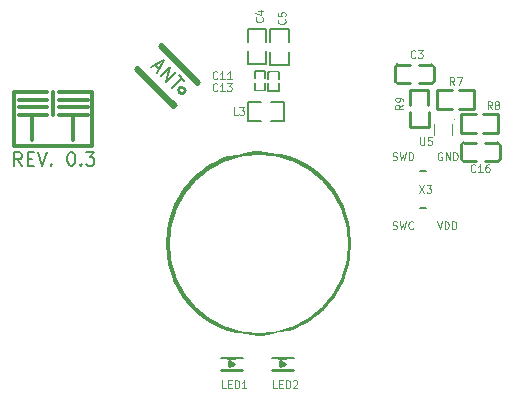
<source format=gto>
G04 #@! TF.GenerationSoftware,KiCad,Pcbnew,5.1.5-52549c5~84~ubuntu18.04.1*
G04 #@! TF.CreationDate,2020-02-14T10:22:43+02:00*
G04 #@! TF.ProjectId,Touch_Switch_1ch,546f7563-685f-4537-9769-7463685f3163,rev?*
G04 #@! TF.SameCoordinates,Original*
G04 #@! TF.FileFunction,Legend,Top*
G04 #@! TF.FilePolarity,Positive*
%FSLAX46Y46*%
G04 Gerber Fmt 4.6, Leading zero omitted, Abs format (unit mm)*
G04 Created by KiCad (PCBNEW 5.1.5-52549c5~84~ubuntu18.04.1) date 2020-02-14 10:22:43*
%MOMM*%
%LPD*%
G04 APERTURE LIST*
%ADD10C,8.000000*%
%ADD11C,0.102000*%
%ADD12C,0.178000*%
%ADD13C,0.254000*%
%ADD14C,0.100000*%
%ADD15C,0.200000*%
%ADD16C,0.203000*%
%ADD17C,0.152000*%
%ADD18C,0.305000*%
%ADD19C,0.150000*%
%ADD20C,1.602000*%
%ADD21R,1.202000X1.102000*%
%ADD22R,1.102000X1.202000*%
%ADD23R,0.402000X0.602000*%
%ADD24R,2.363000X1.550000*%
%ADD25R,0.902000X0.902000*%
%ADD26R,0.752000X0.702000*%
%ADD27C,15.102000*%
%ADD28C,1.102000*%
G04 APERTURE END LIST*
D10*
X97081181Y-54356000D02*
G75*
G03X97081181Y-54356000I-3863181J0D01*
G01*
D11*
X104581252Y-47247023D02*
X104671966Y-47277261D01*
X104823157Y-47277261D01*
X104883633Y-47247023D01*
X104913871Y-47216785D01*
X104944109Y-47156309D01*
X104944109Y-47095833D01*
X104913871Y-47035357D01*
X104883633Y-47005119D01*
X104823157Y-46974880D01*
X104702204Y-46944642D01*
X104641728Y-46914404D01*
X104611490Y-46884166D01*
X104581252Y-46823690D01*
X104581252Y-46763214D01*
X104611490Y-46702738D01*
X104641728Y-46672500D01*
X104702204Y-46642261D01*
X104853395Y-46642261D01*
X104944109Y-46672500D01*
X105155776Y-46642261D02*
X105306966Y-47277261D01*
X105427919Y-46823690D01*
X105548871Y-47277261D01*
X105700061Y-46642261D01*
X105941966Y-47277261D02*
X105941966Y-46642261D01*
X106093157Y-46642261D01*
X106183871Y-46672500D01*
X106244347Y-46732976D01*
X106274585Y-46793452D01*
X106304823Y-46914404D01*
X106304823Y-47005119D01*
X106274585Y-47126071D01*
X106244347Y-47186547D01*
X106183871Y-47247023D01*
X106093157Y-47277261D01*
X105941966Y-47277261D01*
X104581252Y-53089023D02*
X104671966Y-53119261D01*
X104823157Y-53119261D01*
X104883633Y-53089023D01*
X104913871Y-53058785D01*
X104944109Y-52998309D01*
X104944109Y-52937833D01*
X104913871Y-52877357D01*
X104883633Y-52847119D01*
X104823157Y-52816880D01*
X104702204Y-52786642D01*
X104641728Y-52756404D01*
X104611490Y-52726166D01*
X104581252Y-52665690D01*
X104581252Y-52605214D01*
X104611490Y-52544738D01*
X104641728Y-52514500D01*
X104702204Y-52484261D01*
X104853395Y-52484261D01*
X104944109Y-52514500D01*
X105155776Y-52484261D02*
X105306966Y-53119261D01*
X105427919Y-52665690D01*
X105548871Y-53119261D01*
X105700061Y-52484261D01*
X106304823Y-53058785D02*
X106274585Y-53089023D01*
X106183871Y-53119261D01*
X106123395Y-53119261D01*
X106032680Y-53089023D01*
X105972204Y-53028547D01*
X105941966Y-52968071D01*
X105911728Y-52847119D01*
X105911728Y-52756404D01*
X105941966Y-52635452D01*
X105972204Y-52574976D01*
X106032680Y-52514500D01*
X106123395Y-52484261D01*
X106183871Y-52484261D01*
X106274585Y-52514500D01*
X106304823Y-52544738D01*
X108330776Y-52484261D02*
X108542442Y-53119261D01*
X108754109Y-52484261D01*
X108965776Y-53119261D02*
X108965776Y-52484261D01*
X109116966Y-52484261D01*
X109207680Y-52514500D01*
X109268157Y-52574976D01*
X109298395Y-52635452D01*
X109328633Y-52756404D01*
X109328633Y-52847119D01*
X109298395Y-52968071D01*
X109268157Y-53028547D01*
X109207680Y-53089023D01*
X109116966Y-53119261D01*
X108965776Y-53119261D01*
X109600776Y-53119261D02*
X109600776Y-52484261D01*
X109751966Y-52484261D01*
X109842680Y-52514500D01*
X109903157Y-52574976D01*
X109933395Y-52635452D01*
X109963633Y-52756404D01*
X109963633Y-52847119D01*
X109933395Y-52968071D01*
X109903157Y-53028547D01*
X109842680Y-53089023D01*
X109751966Y-53119261D01*
X109600776Y-53119261D01*
X108754109Y-46672500D02*
X108693633Y-46642261D01*
X108602919Y-46642261D01*
X108512204Y-46672500D01*
X108451728Y-46732976D01*
X108421490Y-46793452D01*
X108391252Y-46914404D01*
X108391252Y-47005119D01*
X108421490Y-47126071D01*
X108451728Y-47186547D01*
X108512204Y-47247023D01*
X108602919Y-47277261D01*
X108663395Y-47277261D01*
X108754109Y-47247023D01*
X108784347Y-47216785D01*
X108784347Y-47005119D01*
X108663395Y-47005119D01*
X109056490Y-47277261D02*
X109056490Y-46642261D01*
X109419347Y-47277261D01*
X109419347Y-46642261D01*
X109721728Y-47277261D02*
X109721728Y-46642261D01*
X109872919Y-46642261D01*
X109963633Y-46672500D01*
X110024109Y-46732976D01*
X110054347Y-46793452D01*
X110084585Y-46914404D01*
X110084585Y-47005119D01*
X110054347Y-47126071D01*
X110024109Y-47186547D01*
X109963633Y-47247023D01*
X109872919Y-47277261D01*
X109721728Y-47277261D01*
D12*
X73176985Y-47761071D02*
X72795985Y-47216785D01*
X72523842Y-47761071D02*
X72523842Y-46618071D01*
X72959271Y-46618071D01*
X73068128Y-46672500D01*
X73122557Y-46726928D01*
X73176985Y-46835785D01*
X73176985Y-46999071D01*
X73122557Y-47107928D01*
X73068128Y-47162357D01*
X72959271Y-47216785D01*
X72523842Y-47216785D01*
X73666842Y-47162357D02*
X74047842Y-47162357D01*
X74211128Y-47761071D02*
X73666842Y-47761071D01*
X73666842Y-46618071D01*
X74211128Y-46618071D01*
X74537700Y-46618071D02*
X74918700Y-47761071D01*
X75299700Y-46618071D01*
X75680700Y-47652214D02*
X75735128Y-47706642D01*
X75680700Y-47761071D01*
X75626271Y-47706642D01*
X75680700Y-47652214D01*
X75680700Y-47761071D01*
X77313557Y-46618071D02*
X77422414Y-46618071D01*
X77531271Y-46672500D01*
X77585700Y-46726928D01*
X77640128Y-46835785D01*
X77694557Y-47053500D01*
X77694557Y-47325642D01*
X77640128Y-47543357D01*
X77585700Y-47652214D01*
X77531271Y-47706642D01*
X77422414Y-47761071D01*
X77313557Y-47761071D01*
X77204700Y-47706642D01*
X77150271Y-47652214D01*
X77095842Y-47543357D01*
X77041414Y-47325642D01*
X77041414Y-47053500D01*
X77095842Y-46835785D01*
X77150271Y-46726928D01*
X77204700Y-46672500D01*
X77313557Y-46618071D01*
X78184414Y-47652214D02*
X78238842Y-47706642D01*
X78184414Y-47761071D01*
X78129985Y-47706642D01*
X78184414Y-47652214D01*
X78184414Y-47761071D01*
X78619842Y-46618071D02*
X79327414Y-46618071D01*
X78946414Y-47053500D01*
X79109700Y-47053500D01*
X79218557Y-47107928D01*
X79272985Y-47162357D01*
X79327414Y-47271214D01*
X79327414Y-47543357D01*
X79272985Y-47652214D01*
X79218557Y-47706642D01*
X79109700Y-47761071D01*
X78783128Y-47761071D01*
X78674271Y-47706642D01*
X78619842Y-47652214D01*
X84429055Y-39232463D02*
X84813923Y-39617331D01*
X84121161Y-39386410D02*
X85198791Y-38847595D01*
X84659976Y-39925225D01*
X84929384Y-40194633D02*
X85737607Y-39386410D01*
X85391225Y-40656475D01*
X86199449Y-39848252D01*
X86468856Y-40117660D02*
X86930698Y-40579501D01*
X85891554Y-41156803D02*
X86699777Y-40348580D01*
D13*
X87012236Y-41389236D02*
G75*
G03X87012236Y-41389236I-284000J0D01*
G01*
X82776923Y-39593185D02*
X82956528Y-39413580D01*
X82956528Y-39413580D02*
X86189420Y-42646472D01*
X86189420Y-42646472D02*
X86009815Y-42826077D01*
X86009815Y-42826077D02*
X82776923Y-39593185D01*
X84752580Y-37617528D02*
X84932185Y-37437923D01*
X84932185Y-37437923D02*
X88165077Y-40670815D01*
X88165077Y-40670815D02*
X87985472Y-40850420D01*
X87985472Y-40850420D02*
X84752580Y-37617528D01*
X106008000Y-44491000D02*
X107608000Y-44491000D01*
X107603000Y-42640000D02*
X107603000Y-41390000D01*
X106003000Y-42640000D02*
X106003000Y-41390000D01*
X107608000Y-43241000D02*
X107608000Y-44491000D01*
X106008000Y-43241000D02*
X106008000Y-44491000D01*
X106003000Y-41390000D02*
X107603000Y-41390000D01*
X113463000Y-44996000D02*
X113463000Y-43396000D01*
X111612000Y-43401000D02*
X110362000Y-43401000D01*
X111612000Y-45001000D02*
X110362000Y-45001000D01*
X112213000Y-43396000D02*
X113463000Y-43396000D01*
X112213000Y-44996000D02*
X113463000Y-44996000D01*
X110362000Y-45001000D02*
X110362000Y-43401000D01*
X111444000Y-42964000D02*
X111444000Y-41364000D01*
X109593000Y-41369000D02*
X108343000Y-41369000D01*
X109593000Y-42969000D02*
X108343000Y-42969000D01*
X110194000Y-41364000D02*
X111444000Y-41364000D01*
X110194000Y-42964000D02*
X111444000Y-42964000D01*
X108343000Y-42969000D02*
X108343000Y-41369000D01*
D14*
X108052000Y-45179000D02*
X108052000Y-44229000D01*
X109626000Y-45179000D02*
X109626000Y-44229000D01*
D11*
X109829000Y-43864000D02*
G75*
G03X109829000Y-43864000I-60000J0D01*
G01*
D15*
X93891000Y-38054000D02*
X93891000Y-39154000D01*
X93891000Y-39154000D02*
X92291000Y-39154000D01*
X92291000Y-39154000D02*
X92291000Y-38054000D01*
X93891000Y-37254000D02*
X93891000Y-36154000D01*
X93891000Y-36154000D02*
X92891000Y-36154000D01*
X92891000Y-36154000D02*
X92291000Y-36154000D01*
X92291000Y-36154000D02*
X92291000Y-37254000D01*
X95796000Y-38119000D02*
X95796000Y-39219000D01*
X95796000Y-39219000D02*
X94196000Y-39219000D01*
X94196000Y-39219000D02*
X94196000Y-38119000D01*
X95796000Y-37319000D02*
X95796000Y-36219000D01*
X95796000Y-36219000D02*
X94796000Y-36219000D01*
X94796000Y-36219000D02*
X94196000Y-36219000D01*
X94196000Y-36219000D02*
X94196000Y-37319000D01*
X93453000Y-43980000D02*
X92353000Y-43980000D01*
X92353000Y-43980000D02*
X92353000Y-42380000D01*
X92353000Y-42380000D02*
X93453000Y-42380000D01*
X94253000Y-43980000D02*
X95353000Y-43980000D01*
X95353000Y-43980000D02*
X95353000Y-42980000D01*
X95353000Y-42980000D02*
X95353000Y-42380000D01*
X95353000Y-42380000D02*
X94253000Y-42380000D01*
D13*
X104765000Y-40605000D02*
X104765000Y-39405000D01*
X106815000Y-40805000D02*
X107815000Y-40805000D01*
X106815000Y-39205000D02*
X107815000Y-39205000D01*
X106015000Y-40805000D02*
X105015000Y-40805000D01*
X106015000Y-39205000D02*
X105015000Y-39205000D01*
X108065000Y-40605000D02*
X108065000Y-39405000D01*
X107865000Y-40805000D02*
G75*
G03X108065000Y-40605000I0J200000D01*
G01*
X107865000Y-40805000D02*
X107815000Y-40805000D01*
X108065000Y-39405000D02*
G75*
G03X107865000Y-39205000I-200000J0D01*
G01*
X107865000Y-39205000D02*
X107815000Y-39205000D01*
X104765000Y-40605000D02*
G75*
G03X104965000Y-40805000I200000J0D01*
G01*
X104965000Y-40805000D02*
X105015000Y-40805000D01*
X104965000Y-39205000D02*
G75*
G03X104765000Y-39405000I0J-200000D01*
G01*
X104965000Y-39205000D02*
X105015000Y-39205000D01*
D16*
X107424000Y-48181000D02*
X106923000Y-48181000D01*
X107424000Y-51379000D02*
X106923000Y-51379000D01*
D13*
X94361000Y-65024000D02*
X96139000Y-65024000D01*
X95050000Y-64316000D02*
X95050000Y-64716000D01*
X95050000Y-64716000D02*
X95450000Y-64516000D01*
X95450000Y-64516000D02*
X95050000Y-64316000D01*
X94361000Y-64008000D02*
X96139000Y-64008000D01*
X90043000Y-65024000D02*
X91821000Y-65024000D01*
X90732000Y-64316000D02*
X90732000Y-64716000D01*
X90732000Y-64716000D02*
X91132000Y-64516000D01*
X91132000Y-64516000D02*
X90732000Y-64316000D01*
X90043000Y-64008000D02*
X91821000Y-64008000D01*
D17*
X92913000Y-40741000D02*
X92913000Y-41376000D01*
X92913000Y-41376000D02*
X93777000Y-41376000D01*
X93777000Y-41376000D02*
X93777000Y-40843000D01*
X93777000Y-40843000D02*
X93777000Y-40741000D01*
X93777000Y-40360000D02*
X93777000Y-39751000D01*
X93777000Y-39751000D02*
X92913000Y-39751000D01*
X92913000Y-39751000D02*
X92913000Y-40284000D01*
X92913000Y-40284000D02*
X92913000Y-40360000D01*
X94056000Y-40782000D02*
X94056000Y-41417000D01*
X94056000Y-41417000D02*
X94920000Y-41417000D01*
X94920000Y-41417000D02*
X94920000Y-40884000D01*
X94920000Y-40884000D02*
X94920000Y-40782000D01*
X94920000Y-40401000D02*
X94920000Y-39792000D01*
X94920000Y-39792000D02*
X94056000Y-39792000D01*
X94056000Y-39792000D02*
X94056000Y-40325000D01*
X94056000Y-40325000D02*
X94056000Y-40401000D01*
D13*
X113675000Y-46009000D02*
X113675000Y-47209000D01*
X111625000Y-45809000D02*
X110625000Y-45809000D01*
X111625000Y-47409000D02*
X110625000Y-47409000D01*
X112425000Y-45809000D02*
X113425000Y-45809000D01*
X112425000Y-47409000D02*
X113425000Y-47409000D01*
X110375000Y-46009000D02*
X110375000Y-47209000D01*
X110575000Y-45809000D02*
G75*
G03X110375000Y-46009000I0J-200000D01*
G01*
X110575000Y-45809000D02*
X110625000Y-45809000D01*
X110375000Y-47209000D02*
G75*
G03X110575000Y-47409000I200000J0D01*
G01*
X110575000Y-47409000D02*
X110625000Y-47409000D01*
X113675000Y-46009000D02*
G75*
G03X113475000Y-45809000I-200000J0D01*
G01*
X113475000Y-45809000D02*
X113425000Y-45809000D01*
X113475000Y-47409000D02*
G75*
G03X113675000Y-47209000I0J200000D01*
G01*
X113475000Y-47409000D02*
X113425000Y-47409000D01*
D18*
X76327000Y-41548000D02*
X79121000Y-41548000D01*
X79121000Y-41548000D02*
X79121000Y-46120000D01*
X72517000Y-46120000D02*
X79121000Y-46120000D01*
X72517000Y-41548000D02*
X72517000Y-46120000D01*
X72517000Y-41548000D02*
X75311000Y-41548000D01*
X75819000Y-41548000D02*
X75819000Y-43453000D01*
X74041000Y-43453000D02*
X74041000Y-45612000D01*
X72898000Y-43453000D02*
X75311000Y-43453000D01*
X76327000Y-42183000D02*
X78740000Y-42183000D01*
X72898000Y-42183000D02*
X75311000Y-42183000D01*
X77470000Y-43453000D02*
X77470000Y-45612000D01*
X76327000Y-43453000D02*
X78740000Y-43453000D01*
X72898000Y-42818000D02*
X75311000Y-42818000D01*
X76327000Y-42818000D02*
X78740000Y-42818000D01*
D11*
X105443261Y-42599652D02*
X105140880Y-42811319D01*
X105443261Y-42962509D02*
X104808261Y-42962509D01*
X104808261Y-42720604D01*
X104838500Y-42660128D01*
X104868738Y-42629890D01*
X104929214Y-42599652D01*
X105019928Y-42599652D01*
X105080404Y-42629890D01*
X105110642Y-42660128D01*
X105140880Y-42720604D01*
X105140880Y-42962509D01*
X105443261Y-42297271D02*
X105443261Y-42176319D01*
X105413023Y-42115842D01*
X105382785Y-42085604D01*
X105292071Y-42025128D01*
X105171119Y-41994890D01*
X104929214Y-41994890D01*
X104868738Y-42025128D01*
X104838500Y-42055366D01*
X104808261Y-42115842D01*
X104808261Y-42236795D01*
X104838500Y-42297271D01*
X104868738Y-42327509D01*
X104929214Y-42357747D01*
X105080404Y-42357747D01*
X105140880Y-42327509D01*
X105171119Y-42297271D01*
X105201357Y-42236795D01*
X105201357Y-42115842D01*
X105171119Y-42055366D01*
X105140880Y-42025128D01*
X105080404Y-41994890D01*
X112975347Y-42959261D02*
X112763680Y-42656880D01*
X112612490Y-42959261D02*
X112612490Y-42324261D01*
X112854395Y-42324261D01*
X112914871Y-42354500D01*
X112945109Y-42384738D01*
X112975347Y-42445214D01*
X112975347Y-42535928D01*
X112945109Y-42596404D01*
X112914871Y-42626642D01*
X112854395Y-42656880D01*
X112612490Y-42656880D01*
X113338204Y-42596404D02*
X113277728Y-42566166D01*
X113247490Y-42535928D01*
X113217252Y-42475452D01*
X113217252Y-42445214D01*
X113247490Y-42384738D01*
X113277728Y-42354500D01*
X113338204Y-42324261D01*
X113459157Y-42324261D01*
X113519633Y-42354500D01*
X113549871Y-42384738D01*
X113580109Y-42445214D01*
X113580109Y-42475452D01*
X113549871Y-42535928D01*
X113519633Y-42566166D01*
X113459157Y-42596404D01*
X113338204Y-42596404D01*
X113277728Y-42626642D01*
X113247490Y-42656880D01*
X113217252Y-42717357D01*
X113217252Y-42838309D01*
X113247490Y-42898785D01*
X113277728Y-42929023D01*
X113338204Y-42959261D01*
X113459157Y-42959261D01*
X113519633Y-42929023D01*
X113549871Y-42898785D01*
X113580109Y-42838309D01*
X113580109Y-42717357D01*
X113549871Y-42656880D01*
X113519633Y-42626642D01*
X113459157Y-42596404D01*
X109800347Y-40927261D02*
X109588680Y-40624880D01*
X109437490Y-40927261D02*
X109437490Y-40292261D01*
X109679395Y-40292261D01*
X109739871Y-40322500D01*
X109770109Y-40352738D01*
X109800347Y-40413214D01*
X109800347Y-40503928D01*
X109770109Y-40564404D01*
X109739871Y-40594642D01*
X109679395Y-40624880D01*
X109437490Y-40624880D01*
X110012014Y-40292261D02*
X110435347Y-40292261D01*
X110163204Y-40927261D01*
X106897490Y-45372261D02*
X106897490Y-45886309D01*
X106927728Y-45946785D01*
X106957966Y-45977023D01*
X107018442Y-46007261D01*
X107139395Y-46007261D01*
X107199871Y-45977023D01*
X107230109Y-45946785D01*
X107260347Y-45886309D01*
X107260347Y-45372261D01*
X107865109Y-45372261D02*
X107562728Y-45372261D01*
X107532490Y-45674642D01*
X107562728Y-45644404D01*
X107623204Y-45614166D01*
X107774395Y-45614166D01*
X107834871Y-45644404D01*
X107865109Y-45674642D01*
X107895347Y-45735119D01*
X107895347Y-45886309D01*
X107865109Y-45946785D01*
X107834871Y-45977023D01*
X107774395Y-46007261D01*
X107623204Y-46007261D01*
X107562728Y-45977023D01*
X107532490Y-45946785D01*
X93536785Y-35208652D02*
X93567023Y-35238890D01*
X93597261Y-35329604D01*
X93597261Y-35390080D01*
X93567023Y-35480795D01*
X93506547Y-35541271D01*
X93446071Y-35571509D01*
X93325119Y-35601747D01*
X93234404Y-35601747D01*
X93113452Y-35571509D01*
X93052976Y-35541271D01*
X92992500Y-35480795D01*
X92962261Y-35390080D01*
X92962261Y-35329604D01*
X92992500Y-35238890D01*
X93022738Y-35208652D01*
X93173928Y-34664366D02*
X93597261Y-34664366D01*
X92932023Y-34815557D02*
X93385595Y-34966747D01*
X93385595Y-34573652D01*
X95441785Y-35372652D02*
X95472023Y-35402890D01*
X95502261Y-35493604D01*
X95502261Y-35554080D01*
X95472023Y-35644795D01*
X95411547Y-35705271D01*
X95351071Y-35735509D01*
X95230119Y-35765747D01*
X95139404Y-35765747D01*
X95018452Y-35735509D01*
X94957976Y-35705271D01*
X94897500Y-35644795D01*
X94867261Y-35554080D01*
X94867261Y-35493604D01*
X94897500Y-35402890D01*
X94927738Y-35372652D01*
X94867261Y-34798128D02*
X94867261Y-35100509D01*
X95169642Y-35130747D01*
X95139404Y-35100509D01*
X95109166Y-35040033D01*
X95109166Y-34888842D01*
X95139404Y-34828366D01*
X95169642Y-34798128D01*
X95230119Y-34767890D01*
X95381309Y-34767890D01*
X95441785Y-34798128D01*
X95472023Y-34828366D01*
X95502261Y-34888842D01*
X95502261Y-35040033D01*
X95472023Y-35100509D01*
X95441785Y-35130747D01*
X91451871Y-43467261D02*
X91149490Y-43467261D01*
X91149490Y-42832261D01*
X91603061Y-42832261D02*
X91996157Y-42832261D01*
X91784490Y-43074166D01*
X91875204Y-43074166D01*
X91935680Y-43104404D01*
X91965919Y-43134642D01*
X91996157Y-43195119D01*
X91996157Y-43346309D01*
X91965919Y-43406785D01*
X91935680Y-43437023D01*
X91875204Y-43467261D01*
X91693776Y-43467261D01*
X91633300Y-43437023D01*
X91603061Y-43406785D01*
X106498347Y-38580785D02*
X106468109Y-38611023D01*
X106377395Y-38641261D01*
X106316919Y-38641261D01*
X106226204Y-38611023D01*
X106165728Y-38550547D01*
X106135490Y-38490071D01*
X106105252Y-38369119D01*
X106105252Y-38278404D01*
X106135490Y-38157452D01*
X106165728Y-38096976D01*
X106226204Y-38036500D01*
X106316919Y-38006261D01*
X106377395Y-38006261D01*
X106468109Y-38036500D01*
X106498347Y-38066738D01*
X106710014Y-38006261D02*
X107103109Y-38006261D01*
X106891442Y-38248166D01*
X106982157Y-38248166D01*
X107042633Y-38278404D01*
X107072871Y-38308642D01*
X107103109Y-38369119D01*
X107103109Y-38520309D01*
X107072871Y-38580785D01*
X107042633Y-38611023D01*
X106982157Y-38641261D01*
X106800728Y-38641261D01*
X106740252Y-38611023D01*
X106710014Y-38580785D01*
X106837014Y-49436261D02*
X107260347Y-50071261D01*
X107260347Y-49436261D02*
X106837014Y-50071261D01*
X107441776Y-49436261D02*
X107834871Y-49436261D01*
X107623204Y-49678166D01*
X107713919Y-49678166D01*
X107774395Y-49708404D01*
X107804633Y-49738642D01*
X107834871Y-49799119D01*
X107834871Y-49950309D01*
X107804633Y-50010785D01*
X107774395Y-50041023D01*
X107713919Y-50071261D01*
X107532490Y-50071261D01*
X107472014Y-50041023D01*
X107441776Y-50010785D01*
X94753871Y-66581261D02*
X94451490Y-66581261D01*
X94451490Y-65946261D01*
X94965538Y-66248642D02*
X95177204Y-66248642D01*
X95267919Y-66581261D02*
X94965538Y-66581261D01*
X94965538Y-65946261D01*
X95267919Y-65946261D01*
X95540061Y-66581261D02*
X95540061Y-65946261D01*
X95691252Y-65946261D01*
X95781966Y-65976500D01*
X95842442Y-66036976D01*
X95872680Y-66097452D01*
X95902919Y-66218404D01*
X95902919Y-66309119D01*
X95872680Y-66430071D01*
X95842442Y-66490547D01*
X95781966Y-66551023D01*
X95691252Y-66581261D01*
X95540061Y-66581261D01*
X96144823Y-66006738D02*
X96175061Y-65976500D01*
X96235538Y-65946261D01*
X96386728Y-65946261D01*
X96447204Y-65976500D01*
X96477442Y-66006738D01*
X96507680Y-66067214D01*
X96507680Y-66127690D01*
X96477442Y-66218404D01*
X96114585Y-66581261D01*
X96507680Y-66581261D01*
X90435871Y-66581261D02*
X90133490Y-66581261D01*
X90133490Y-65946261D01*
X90647538Y-66248642D02*
X90859204Y-66248642D01*
X90949919Y-66581261D02*
X90647538Y-66581261D01*
X90647538Y-65946261D01*
X90949919Y-65946261D01*
X91222061Y-66581261D02*
X91222061Y-65946261D01*
X91373252Y-65946261D01*
X91463966Y-65976500D01*
X91524442Y-66036976D01*
X91554680Y-66097452D01*
X91584919Y-66218404D01*
X91584919Y-66309119D01*
X91554680Y-66430071D01*
X91524442Y-66490547D01*
X91463966Y-66551023D01*
X91373252Y-66581261D01*
X91222061Y-66581261D01*
X92189680Y-66581261D02*
X91826823Y-66581261D01*
X92008252Y-66581261D02*
X92008252Y-65946261D01*
X91947776Y-66036976D01*
X91887300Y-66097452D01*
X91826823Y-66127690D01*
X89734347Y-41374785D02*
X89704109Y-41405023D01*
X89613395Y-41435261D01*
X89552919Y-41435261D01*
X89462204Y-41405023D01*
X89401728Y-41344547D01*
X89371490Y-41284071D01*
X89341252Y-41163119D01*
X89341252Y-41072404D01*
X89371490Y-40951452D01*
X89401728Y-40890976D01*
X89462204Y-40830500D01*
X89552919Y-40800261D01*
X89613395Y-40800261D01*
X89704109Y-40830500D01*
X89734347Y-40860738D01*
X90339109Y-41435261D02*
X89976252Y-41435261D01*
X90157680Y-41435261D02*
X90157680Y-40800261D01*
X90097204Y-40890976D01*
X90036728Y-40951452D01*
X89976252Y-40981690D01*
X90550776Y-40800261D02*
X90943871Y-40800261D01*
X90732204Y-41042166D01*
X90822919Y-41042166D01*
X90883395Y-41072404D01*
X90913633Y-41102642D01*
X90943871Y-41163119D01*
X90943871Y-41314309D01*
X90913633Y-41374785D01*
X90883395Y-41405023D01*
X90822919Y-41435261D01*
X90641490Y-41435261D01*
X90581014Y-41405023D01*
X90550776Y-41374785D01*
X89734347Y-40358785D02*
X89704109Y-40389023D01*
X89613395Y-40419261D01*
X89552919Y-40419261D01*
X89462204Y-40389023D01*
X89401728Y-40328547D01*
X89371490Y-40268071D01*
X89341252Y-40147119D01*
X89341252Y-40056404D01*
X89371490Y-39935452D01*
X89401728Y-39874976D01*
X89462204Y-39814500D01*
X89552919Y-39784261D01*
X89613395Y-39784261D01*
X89704109Y-39814500D01*
X89734347Y-39844738D01*
X90339109Y-40419261D02*
X89976252Y-40419261D01*
X90157680Y-40419261D02*
X90157680Y-39784261D01*
X90097204Y-39874976D01*
X90036728Y-39935452D01*
X89976252Y-39965690D01*
X90943871Y-40419261D02*
X90581014Y-40419261D01*
X90762442Y-40419261D02*
X90762442Y-39784261D01*
X90701966Y-39874976D01*
X90641490Y-39935452D01*
X90581014Y-39965690D01*
X111578347Y-48232785D02*
X111548109Y-48263023D01*
X111457395Y-48293261D01*
X111396919Y-48293261D01*
X111306204Y-48263023D01*
X111245728Y-48202547D01*
X111215490Y-48142071D01*
X111185252Y-48021119D01*
X111185252Y-47930404D01*
X111215490Y-47809452D01*
X111245728Y-47748976D01*
X111306204Y-47688500D01*
X111396919Y-47658261D01*
X111457395Y-47658261D01*
X111548109Y-47688500D01*
X111578347Y-47718738D01*
X112183109Y-48293261D02*
X111820252Y-48293261D01*
X112001680Y-48293261D02*
X112001680Y-47658261D01*
X111941204Y-47748976D01*
X111880728Y-47809452D01*
X111820252Y-47839690D01*
X112727395Y-47658261D02*
X112606442Y-47658261D01*
X112545966Y-47688500D01*
X112515728Y-47718738D01*
X112455252Y-47809452D01*
X112425014Y-47930404D01*
X112425014Y-48172309D01*
X112455252Y-48232785D01*
X112485490Y-48263023D01*
X112545966Y-48293261D01*
X112666919Y-48293261D01*
X112727395Y-48263023D01*
X112757633Y-48232785D01*
X112787871Y-48172309D01*
X112787871Y-48021119D01*
X112757633Y-47960642D01*
X112727395Y-47930404D01*
X112666919Y-47900166D01*
X112545966Y-47900166D01*
X112485490Y-47930404D01*
X112455252Y-47960642D01*
X112425014Y-48021119D01*
D19*
%LPC*%
D20*
X95918000Y-71992000D03*
X95918000Y-69992000D03*
X97918000Y-71992000D03*
X97918000Y-69992000D03*
X99918000Y-71992000D03*
X99918000Y-69992000D03*
X101918000Y-71992000D03*
X101918000Y-69992000D03*
X103918000Y-71992000D03*
X103918000Y-69992000D03*
X93918000Y-71942000D03*
X93918000Y-69992000D03*
X91918000Y-71992000D03*
X91918000Y-69992000D03*
D14*
G36*
X87556965Y-43704303D02*
G01*
X86494891Y-42642229D01*
X87981229Y-41155891D01*
X89043303Y-42217965D01*
X87556965Y-43704303D01*
G37*
G36*
X82960771Y-39108109D02*
G01*
X81898697Y-38046035D01*
X83385035Y-36559697D01*
X84447109Y-37621771D01*
X82960771Y-39108109D01*
G37*
D21*
X106808000Y-42141000D03*
X106808000Y-43741000D03*
D22*
X111113000Y-44196000D03*
X112713000Y-44196000D03*
X109094000Y-42164000D03*
X110694000Y-42164000D03*
D23*
X108839000Y-45554000D03*
X108839000Y-43854000D03*
X108331000Y-43854000D03*
X109347000Y-43854000D03*
X108331000Y-45554000D03*
X109347000Y-45554000D03*
D21*
X93091000Y-36954000D03*
X93091000Y-38354000D03*
X94996000Y-37019000D03*
X94996000Y-38419000D03*
D22*
X94553000Y-43180000D03*
X93153000Y-43180000D03*
X107315000Y-40005000D03*
X105515000Y-40005000D03*
D24*
X109067000Y-51181000D03*
X105283000Y-51181000D03*
X105283000Y-48387000D03*
X109067000Y-48387000D03*
D25*
X94450000Y-64516000D03*
X96050000Y-64516000D03*
X90132000Y-64516000D03*
X91732000Y-64516000D03*
D26*
X93345000Y-40132000D03*
X93345000Y-40980000D03*
X94488000Y-40173000D03*
X94488000Y-41021000D03*
D22*
X111125000Y-46609000D03*
X112925000Y-46609000D03*
D27*
X93217000Y-54356000D03*
D28*
X88900000Y-62992000D03*
X97282000Y-62992000D03*
M02*

</source>
